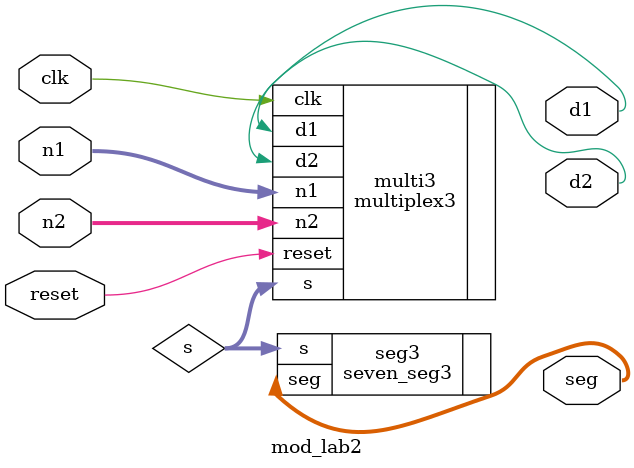
<source format=sv>

module mod_lab2(
	input	logic	reset, clk,
	input 	logic	[3:0] n1, n2,
	output	logic	d1, d2,
	output	logic	[6:0] seg
);

	logic [3:0] s;
	
	// Call the modules	
	multiplex3	multi3(.reset(reset), .clk(clk), .n1(n1), .n2(n2), .d1(d1), .d2(d2), .s(s));
	seven_seg3 	seg3(.s(s), .seg(seg));
	
endmodule
</source>
